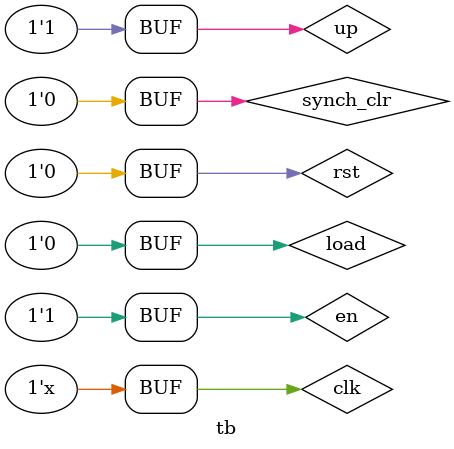
<source format=sv>

module tb;
  // Control signals are controlled directly from the testbench
  logic clk, rst, synch_clr, load, en, up;
  ubc_if tbi(clk, rst, synch_clr, load, en, up);	// create interface
  test tst(tbi);        // connect test with interface
  
  universal_binary_counter ubc (
    clk, rst,
    synch_clr,
    load,
    en,
    up,
    tbi.d,
    tbi.min,
    tbi.max,
    tbi.Q
    );

  always #5 clk = ~clk;
  initial begin
      clk = 0;
      rst = 1;
      synch_clr = 0;
      load = 0;
      up = 1;
      en = 1;
      #4 rst = 0;
  end
  
  // Control signals testing
  initial begin
    #86 load = 1;
    up = 0;
    en = 0;
    #10 load = 0;
    #20; en = 1;
    #100 synch_clr = 1;
    #110 synch_clr = 0;
    #400 up = 1;
  end

  initial begin
      $dumpfile("dump.vcd");
      $dumpvars;
  end
endmodule
</source>
